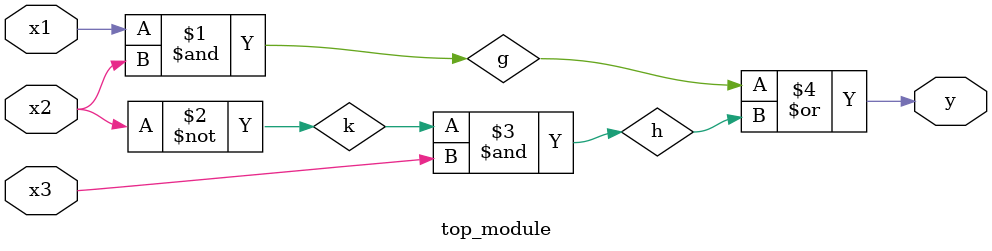
<source format=v>
module top_module(x1, x2, x3, y);
	input x1, x2, x3;
	output y;
	wire g, h, k;
	
	and(g, x1, x2);
	nor(k, x2);
	and(h, k, x3);
	or(y, g, h);
endmodule

</source>
